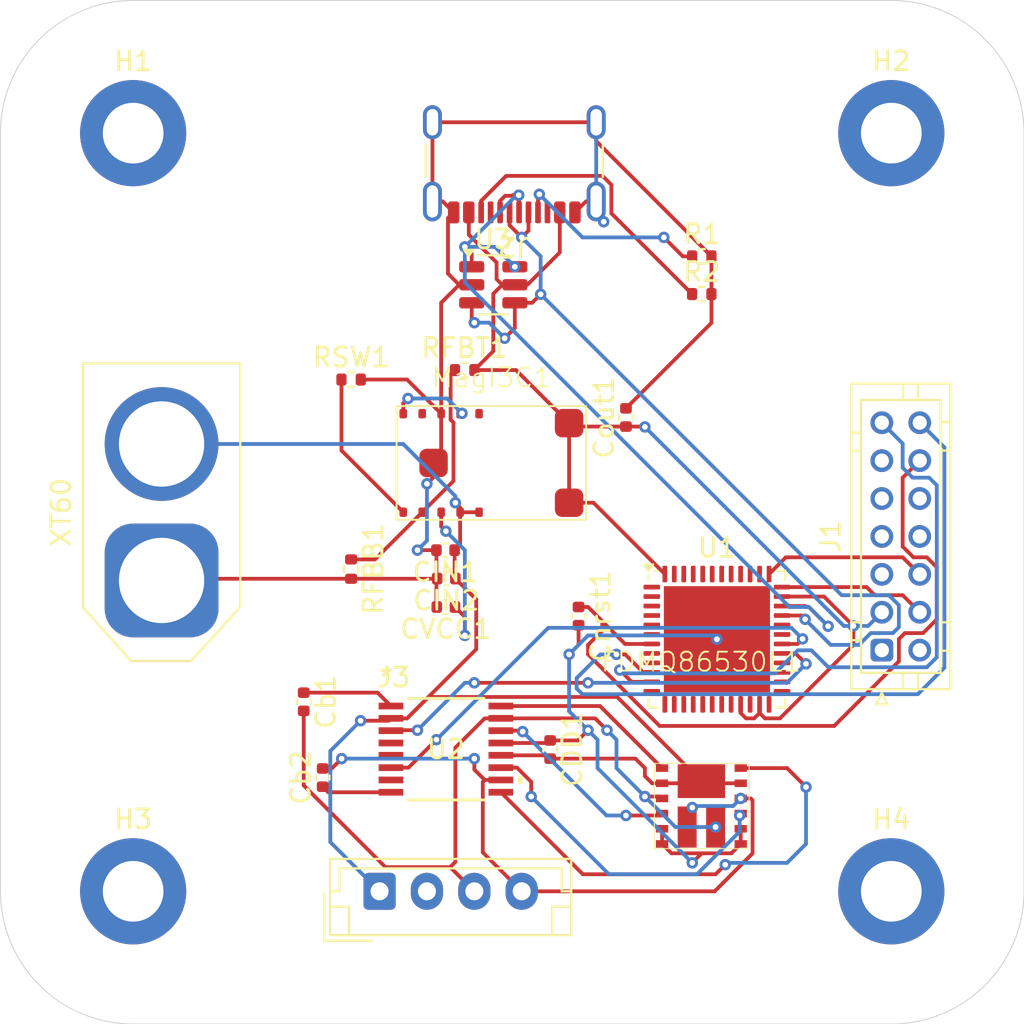
<source format=kicad_pcb>
(kicad_pcb (version 20240108) (generator "pcbnew") (generator_version "8.0")
  (layers (0 "F.Cu" signal) (1 "In1.Cu" power) (2 "In2.Cu" power) (31 "B.Cu" signal) (34 "B.Paste" user) (35 "F.Paste" user) (36 "B.SilkS" user "B.Silkscreen") (37 "F.SilkS" user "F.Silkscreen") (38 "B.Mask" user) (39 "F.Mask" user) (44 "Edge.Cuts" user))
  (net 0 "")
  (net 1 "BHS")
  (net 2 "Net-(U2-BHB)")
  (net 3 "Net-(U2-AHB)")
  (net 4 "AHS")
  (net 5 "VALIM")
  (net 6 "GND")
  (net 7 "NRST")
  (net 8 "VOUT")
  (net 9 "Net-(MagI3C1-VCC)")
  (net 12 "Net-(J2-CC1)")
  (net 14 "D-")
  (net 15 "D+")
  (net 17 "Net-(J2-CC2)")
  (net 19 "Net-(MagI3C1-FSW)")
  (net 20 "Net-(MagI3C1-FB)")
  (net 21 "Net-(MagI3C1-EN)")
  (net 33 "APWM")
  (net 41 "USART2_TX")
  (net 44 "USART2_RX")
  (net 47 "SWDCK")
  (net 48 "BPWM")
  (net 50 "SWDIO")
  (net 64 "AHO")
  (net 65 "ALO")
  (net 66 "BHO")
  (net 70 "BLO")
  (footprint "MIC4606-2YTS-TR:TSSOP16_TS_MCH_MIS" (layer "F.Cu") (at 116.5 82.5)
    (property "Reference" "U2")
    (property "Value" "MIC4606-2YTS-TR")
  )
  (footprint "Connector_USB:USB_C_Receptacle_GCT_USB4105-xx-A_16P_TopMnt_Horizontal" (layer "F.Cu") (at 120.11 50.5 180)
    (property "Reference" "J2")
    (property "Value" "USB_C_Receptacle_USB2.0_16P")
  )
  (footprint "Connector_AMASS:AMASS_XT60-F_1x02_P7.20mm_Vertical" (layer "F.Cu") (at 101.5 73.6 90)
    (property "Reference" "XT60")
    (property "Value" "Connector")
  )
  (footprint "FDMQ86530L:MOSFET_FDMQ86530L" (layer "F.Cu") (at 130 85.5)
    (property "Reference" "FDMQ86530L1")
    (property "Value" "~")
  )
  (footprint "Capacitor_SMD:C_0402_1005Metric" (layer "F.Cu") (at 116.48 72 180)
    (property "Reference" "CIN1")
    (property "Value" "4,7u")
  )
  (footprint "Package_TO_SOT_SMD:SOT-23-6" (layer "F.Cu") (at 119 58)
    (property "Reference" "U3")
    (property "Value" "USBLC6-2SC6")
  )
  (footprint "Resistor_SMD:R_0402_1005Metric" (layer "F.Cu") (at 111.5 73 -90)
    (property "Reference" "RFBB1")
    (property "Value" "137k")
  )
  (footprint "Capacitor_SMD:C_0402_1005Metric" (layer "F.Cu") (at 116.52 73.5 180)
    (property "Reference" "CIN2")
    (property "Value" "4,7u")
  )
  (footprint "Package_DFN_QFN:QFN-48-1EP_7x7mm_P0.5mm_EP5.6x5.6mm" (layer "F.Cu") (at 130.8 76.7)
    (property "Reference" "U1")
    (property "Value" "STM32G431CBUx")
  )
  (footprint "Capacitor_SMD:C_0402_1005Metric" (layer "F.Cu") (at 116.5 75 180)
    (property "Reference" "CVCC1")
    (property "Value" "1u")
  )
  (footprint "Capacitor_SMD:C_0402_1005Metric" (layer "F.Cu") (at 123.5 75.48 -90)
    (property "Reference" "Cnrst1")
    (property "Value" "0,1u")
  )
  (footprint "Resistor_SMD:R_0402_1005Metric" (layer "F.Cu") (at 130 58.49)
    (property "Reference" "R2")
    (property "Value" "5,1k")
  )
  (footprint "MountingHole:MountingHole_3.2mm_M3_DIN965_Pad" (layer "F.Cu") (at 140 90)
    (property "Reference" "H4")
    (property "Value" "MountingHole_Pad")
  )
  (footprint "Connector_JST:JST_EH_B4B-EH-A_1x04_P2.50mm_Vertical" (layer "F.Cu") (at 113 90)
    (property "Reference" "J3")
    (property "Value" "Conn_01x04")
  )
  (footprint "MountingHole:MountingHole_3.2mm_M3_DIN965_Pad" (layer "F.Cu") (at 140 50)
    (property "Reference" "H2")
    (property "Value" "MountingHole_Pad")
  )
  (footprint "MountingHole:MountingHole_3.2mm_M3_DIN965_Pad" (layer "F.Cu") (at 100 50)
    (property "Reference" "H1")
    (property "Value" "MountingHole_Pad")
  )
  (footprint "Capacitor_SMD:C_0402_1005Metric" (layer "F.Cu") (at 126 65 90)
    (property "Reference" "Cout1")
    (property "Value" "47u")
  )
  (footprint "MagI3C:171013801" (layer "F.Cu") (at 118.9 67.4)
    (property "Reference" "MagI3C1")
    (property "Value" "171013801")
  )
  (footprint "Connector_JST:JST_PHD_B14B-PHDSS_2x07_P2.00mm_Vertical" (layer "F.Cu") (at 139.5 77.2775 90)
    (property "Reference" "J1")
    (property "Value" "Conn_02x07_Odd_Even")
  )
  (footprint "MountingHole:MountingHole_3.2mm_M3_DIN965_Pad" (layer "F.Cu") (at 100 90)
    (property "Reference" "H3")
    (property "Value" "MountingHole_Pad")
  )
  (footprint "Capacitor_SMD:C_0402_1005Metric" (layer "F.Cu") (at 110 84 90)
    (property "Reference" "Cb2")
    (property "Value" "0,5u")
  )
  (footprint "Resistor_SMD:R_0402_1005Metric" (layer "F.Cu") (at 111.5 63)
    (property "Reference" "RSW1")
    (property "Value" "5,6k")
  )
  (footprint "Capacitor_SMD:C_0402_1005Metric" (layer "F.Cu") (at 122 82.52 -90)
    (property "Reference" "CDD1")
    (property "Value" "2u")
  )
  (footprint "Resistor_SMD:R_0402_1005Metric" (layer "F.Cu") (at 130 56.5)
    (property "Reference" "R1")
    (property "Value" "5,1k")
  )
  (footprint "Resistor_SMD:R_0402_1005Metric" (layer "F.Cu") (at 117.49 62.5)
    (property "Reference" "RFBT1")
    (property "Value" "402k")
  )
  (footprint "Capacitor_SMD:C_0402_1005Metric" (layer "F.Cu") (at 109 80 -90)
    (property "Reference" "Cb1")
    (property "Value" "0,5u")
  )
  (gr_arc (start 147 90) (mid 144.949747 94.949747) (end 140 97) (stroke (width 0.05)) (layer "Edge.Cuts"))
  (gr_arc (start 140 43) (mid 144.949747 45.050253) (end 147 50) (stroke (width 0.05)) (layer "Edge.Cuts"))
  (gr_arc (start 100 97) (mid 95.050253 94.949747) (end 93 90) (stroke (width 0.05)) (layer "Edge.Cuts"))
  (gr_line (start 140 43) (end 100.5 43) (stroke (width 0.05)) (layer "Edge.Cuts"))
  (gr_line (start 100 97) (end 140 97) (stroke (width 0.05)) (layer "Edge.Cuts"))
  (gr_line (start 100.5 43) (end 100 43) (stroke (width 0.05)) (layer "Edge.Cuts"))
  (gr_line (start 93 50) (end 93 90) (stroke (width 0.05)) (layer "Edge.Cuts"))
  (gr_arc (start 93 50) (mid 95.050253 45.050253) (end 100 43) (stroke (width 0.05)) (layer "Edge.Cuts"))
  (gr_line (start 147 90) (end 147 50) (stroke (width 0.05)) (layer "Edge.Cuts"))
  (segment (start 116.725 88.725) (end 117 89) (width 0.2) (layer "F.Cu") (net 1))
  (segment (start 127 85) (end 127.805 85) (width 0.2) (layer "F.Cu") (net 1))
  (segment (start 113.308866 88.725) (end 116.725 88.725) (width 0.2) (layer "F.Cu") (net 1))
  (segment (start 117 88.45) (end 116.725 88.725) (width 0.2) (layer "F.Cu") (net 1))
  (segment (start 117 82.422903) (end 117 88.45) (width 0.2) (layer "F.Cu") (net 1))
  (segment (start 119.39895 80.875002) (end 118.547901 80.875002) (width 0.2) (layer "F.Cu") (net 1))
  (segment (start 124.375002 80.875002) (end 125 81.5) (width 0.2) (layer "F.Cu") (net 1))
  (segment (start 119.39895 80.875002) (end 124.375002 80.875002) (width 0.2) (layer "F.Cu") (net 1))
  (segment (start 117 89) (end 118 90) (width 0.2) (layer "F.Cu") (net 1))
  (segment (start 109 80.48) (end 109 84.416134) (width 0.2) (layer "F.Cu") (net 1))
  (segment (start 127.805 85) (end 127.905 85.1) (width 0.2) (layer "F.Cu") (net 1))
  (segment (start 109 84.416134) (end 113.308866 88.725) (width 0.2) (layer "F.Cu") (net 1))
  (segment (start 118.547901 80.875002) (end 117 82.422903) (width 0.2) (layer "F.Cu") (net 1))
  (via (at 127 85) (size 0.6) (drill 0.3) (layers "F.Cu" "B.Cu") (net 1))
  (via (at 125 81.5) (size 0.6) (drill 0.3) (layers "F.Cu" "B.Cu") (net 1))
  (via (at 130.73 86.609) (size 0.6) (drill 0.3) (layers "F.Cu" "B.Cu") (net 1))
  (segment (start 125.5 83.5) (end 127 85) (width 0.2) (layer "B.Cu") (net 1))
  (segment (start 128.609 86.609) (end 130.73 86.609) (width 0.2) (layer "B.Cu") (net 1))
  (segment (start 125 81.5) (end 125.5 82) (width 0.2) (layer "B.Cu") (net 1))
  (segment (start 125.5 82) (end 125.5 83.5) (width 0.2) (layer "B.Cu") (net 1))
  (segment (start 127 85) (end 128.609 86.609) (width 0.2) (layer "B.Cu") (net 1))
  (segment (start 112.896049 79.52) (end 113.60105 80.225001) (width 0.2) (layer "F.Cu") (net 2))
  (segment (start 109 79.52) (end 112.896049 79.52) (width 0.2) (layer "F.Cu") (net 2))
  (segment (start 110 84.48) (end 110.294999 84.774999) (width 0.2) (layer "F.Cu") (net 3))
  (segment (start 110.294999 84.774999) (end 113.60105 84.774999) (width 0.2) (layer "F.Cu") (net 3))
  (segment (start 129.23 86.609) (end 129.23 85.850002) (width 0.2) (layer "F.Cu") (net 4))
  (segment (start 118.547901 84.125001) (end 118.447901 84.225001) (width 0.2) (layer "F.Cu") (net 4))
  (segment (start 132.58 85.1) (end 132.68 85.2) (width 0.2) (layer "F.Cu") (net 4))
  (segment (start 118.447901 84.225001) (end 118.447901 87.947901) (width 0.2) (layer "F.Cu") (net 4))
  (segment (start 110 83.52) (end 110.48 83.52) (width 0.2) (layer "F.Cu") (net 4))
  (segment (start 119.39895 84.125001) (end 118.547901 84.125001) (width 0.2) (layer "F.Cu") (net 4))
  (segment (start 110.48 83.52) (end 111 83) (width 0.2) (layer "F.Cu") (net 4))
  (segment (start 118 83.5771) (end 118.547901 84.125001) (width 0.2) (layer "F.Cu") (net 4))
  (segment (start 132.68 88) (end 130.68 90) (width 0.2) (layer "F.Cu") (net 4))
  (segment (start 118.447901 87.947901) (end 120.5 90) (width 0.2) (layer "F.Cu") (net 4))
  (segment (start 129.23 85.850002) (end 129.5 85.580002) (width 0.2) (layer "F.Cu") (net 4))
  (segment (start 132.68 85.2) (end 132.68 88) (width 0.2) (layer "F.Cu") (net 4))
  (segment (start 130.68 90) (end 120.5 90) (width 0.2) (layer "F.Cu") (net 4))
  (segment (start 132.055 85.1) (end 132.58 85.1) (width 0.2) (layer "F.Cu") (net 4))
  (segment (start 118 83) (end 118 83.5771) (width 0.2) (layer "F.Cu") (net 4))
  (via (at 118 83) (size 0.6) (drill 0.3) (layers "F.Cu" "B.Cu") (net 4))
  (via (at 111 83) (size 0.6) (drill 0.3) (layers "F.Cu" "B.Cu") (net 4))
  (via (at 129.5 85.580002) (size 0.6) (drill 0.3) (layers "F.Cu" "B.Cu") (net 4))
  (via (at 132.055 85.1) (size 0.6) (drill 0.3) (layers "F.Cu" "B.Cu") (net 4))
  (segment (start 129.580002 85.5) (end 131.655 85.5) (width 0.2) (layer "B.Cu") (net 4))
  (segment (start 111 83) (end 118 83) (width 0.2) (layer "B.Cu") (net 4))
  (segment (start 129.5 85.580002) (end 129.580002 85.5) (width 0.2) (layer "B.Cu") (net 4))
  (segment (start 131.655 85.5) (end 132.055 85.1) (width 0.2) (layer "B.Cu") (net 4))
  (segment (start 112 81) (end 113.476049 81) (width 0.2) (layer "F.Cu") (net 5))
  (segment (start 117 73.5) (end 118.1 74.6) (width 0.2) (layer "F.Cu") (net 5))
  (segment (start 126.5 83) (end 127 83.5) (width 0.2) (layer "F.Cu") (net 5))
  (segment (start 115.579497 79.747601) (end 125.537601 79.747601) (width 0.2) (layer "F.Cu") (net 5))
  (segment (start 118.1 74.6) (end 118.1 77.227098) (width 0.2) (layer "F.Cu") (net 5))
  (segment (start 117.25 70) (end 117.25 69.75) (width 0.2) (layer "F.Cu") (net 5))
  (segment (start 127.38 84.3) (end 127.905 84.3) (width 0.2) (layer "F.Cu") (net 5))
  (segment (start 117.25 70) (end 118.25 70) (width 0.2) (layer "F.Cu") (net 5))
  (segment (start 130.09 84.3) (end 129.98 84.19) (width 0.2) (layer "F.Cu") (net 5))
  (segment (start 127 83.5) (end 127 83.92) (width 0.2) (layer "F.Cu") (net 5))
  (segment (start 119.39895 82.825001) (end 121.825001 82.825001) (width 0.2) (layer "F.Cu") (net 5))
  (segment (start 114.452099 80.874999) (end 113.60105 80.874999) (width 0.2) (layer "F.Cu") (net 5))
  (segment (start 117.25 69.75) (end 117 69.5) (width 0.2) (layer "F.Cu") (net 5))
  (segment (start 132.055 84.3) (end 130.09 84.3) (width 0.2) (layer "F.Cu") (net 5))
  (segment (start 113.476049 81) (end 113.60105 80.874999) (width 0.2) (layer "F.Cu") (net 5))
  (segment (start 127.905 84.3) (end 129.87 84.3) (width 0.2) (layer "F.Cu") (net 5))
  (segment (start 116.96 72) (end 116.96 73.46) (width 0.2) (layer "F.Cu") (net 5))
  (segment (start 117.25 70) (end 117.25 71.71) (width 0.2) (layer "F.Cu") (net 5))
  (segment (start 116.96 73.46) (end 117 73.5) (width 0.2) (layer "F.Cu") (net 5))
  (segment (start 125.537601 79.747601) (end 129.98 84.19) (width 0.2) (layer "F.Cu") (net 5))
  (segment (start 127 83.92) (end 127.38 84.3) (width 0.2) (layer "F.Cu") (net 5))
  (segment (start 117.25 71.71) (end 116.96 72) (width 0.2) (layer "F.Cu") (net 5))
  (segment (start 121.825001 82.825001) (end 122 83) (width 0.2) (layer "F.Cu") (net 5))
  (segment (start 129.87 84.3) (end 129.98 84.19) (width 0.2) (layer "F.Cu") (net 5))
  (segment (start 114.452099 80.874999) (end 115.579497 79.747601) (width 0.2) (layer "F.Cu") (net 5))
  (segment (start 122 83) (end 126.5 83) (width 0.2) (layer "F.Cu") (net 5))
  (segment (start 118.1 77.227098) (end 114.452099 80.874999) (width 0.2) (layer "F.Cu") (net 5))
  (via (at 112 81) (size 0.6) (drill 0.3) (layers "F.Cu" "B.Cu") (net 5))
  (via (at 117 69.5) (size 0.6) (drill 0.3) (layers "F.Cu" "B.Cu") (net 5))
  (segment (start 110.4 82.6) (end 110.4 87.4) (width 0.2) (layer "B.Cu") (net 5))
  (segment (start 114.248529 66.4) (end 101.5 66.4) (width 0.2) (layer "B.Cu") (net 5))
  (segment (start 112 81) (end 110.4 82.6) (width 0.2) (layer "B.Cu") (net 5))
  (segment (start 110.4 87.4) (end 113 90) (width 0.2) (layer "B.Cu") (net 5))
  (segment (start 117 69.5) (end 117 69.151471) (width 0.2) (layer "B.Cu") (net 5))
  (segment (start 117 69.151471) (end 114.248529 66.4) (width 0.2) (layer "B.Cu") (net 5))
  (segment (start 129.5 88.494) (end 130 87.994) (width 0.2) (layer "F.Cu") (net 6))
  (segment (start 130.51 56.5) (end 130.51 58.49) (width 0.2) (layer "F.Cu") (net 6))
  (segment (start 115.85 68.15) (end 115.5 68.5) (width 0.2) (layer "F.Cu") (net 6))
  (segment (start 111.5 73.51) (end 116.03 73.51) (width 0.2) (layer "F.Cu") (net 6))
  (segment (start 116.25 58.950001) (end 116.25 64.8) (width 0.2) (layer "F.Cu") (net 6))
  (segment (start 132.055 86.7) (end 132.055 87.5) (width 0.2) (layer "F.Cu") (net 6))
  (segment (start 130.51 60.01) (end 126 64.52) (width 0.2) (layer "F.Cu") (net 6))
  (segment (start 115 72) (end 116 72) (width 0.2) (layer "F.Cu") (net 6))
  (segment (start 127.905 86.7) (end 127.905 87.5) (width 0.2) (layer "F.Cu") (net 6))
  (segment (start 116.03 73.51) (end 116.04 73.5) (width 0.2) (layer "F.Cu") (net 6))
  (segment (start 117.8625 58) (end 117.200001 58) (width 0.2) (layer "F.Cu") (net 6))
  (segment (start 121.864998 82.175002) (end 122 82.04) (width 0.2) (layer "F.Cu") (net 6))
  (segment (start 123.5 77) (end 123.5 75.96) (width 0.2) (layer "F.Cu") (net 6))
  (segment (start 112.01 63) (end 114.45 63) (width 0.2) (layer "F.Cu") (net 6))
  (segment (start 124.43 53.605) (end 123.885 53.605) (width 0.2) (layer "F.Cu") (net 6))
  (segment (start 123.46 82.04) (end 122 82.04) (width 0.2) (layer "F.Cu") (net 6))
  (segment (start 116.610001 57.41) (end 117.200001 58) (width 0.2) (layer "F.Cu") (net 6))
  (segment (start 116.25 64.8) (end 116.25 67) (width 0.2) (layer "F.Cu") (net 6))
  (segment (start 131.561 87.994) (end 132.055 87.5) (width 0.2) (layer "F.Cu") (net 6))
  (segment (start 128.399 87.994) (end 130 87.994) (width 0.2) (layer "F.Cu") (net 6))
  (segment (start 124.43 50.42) (end 130.51 56.5) (width 0.2) (layer "F.Cu") (net 6))
  (segment (start 117.200001 58) (end 116.25 58.950001) (width 0.2) (layer "F.Cu") (net 6))
  (segment (start 116 72) (end 116 74.98) (width 0.2) (layer "F.Cu") (net 6))
  (segment (start 124.43 54.27853) (end 124.825735 54.674265) (width 0.2) (layer "F.Cu") (net 6))
  (segment (start 123 77.5) (end 123.5 77) (width 0.2) (layer "F.Cu") (net 6))
  (segment (start 115.85 67.4) (end 115.85 68.15) (width 0.2) (layer "F.Cu") (net 6))
  (segment (start 101.59 73.51) (end 101.5 73.6) (width 0.2) (layer "F.Cu") (net 6))
  (segment (start 124.43 53.605) (end 124.43 54.27853) (width 0.2) (layer "F.Cu") (net 6))
  (segment (start 124 81.5) (end 123.46 82.04) (width 0.2) (layer "F.Cu") (net 6))
  (segment (start 115.79 53.605) (end 115.79 49.425) (width 0.2) (layer "F.Cu") (net 6))
  (segment (start 114.45 63) (end 116.25 64.8) (width 0.2) (layer "F.Cu") (net 6))
  (segment (start 116.25 67) (end 115.85 67.4) (width 0.2) (layer "F.Cu") (net 6))
  (segment (start 124.43 49.425) (end 124.43 50.42) (width 0.2) (layer "F.Cu") (net 6))
  (segment (start 127.905 87.5) (end 128.399 87.994) (width 0.2) (layer "F.Cu") (net 6))
  (segment (start 115.79 53.605) (end 116.335 53.605) (width 0.2) (layer "F.Cu") (net 6))
  (segment (start 111.5 73.51) (end 101.59 73.51) (width 0.2) (layer "F.Cu") (net 6))
  (segment (start 123.885 53.605) (end 123.31 54.18) (width 0.2) (layer "F.Cu") (net 6))
  (segment (start 124.43 49.425) (end 115.79 49.425) (width 0.2) (layer "F.Cu") (net 6))
  (segment (start 130 87.994) (end 131.561 87.994) (width 0.2) (layer "F.Cu") (net 6))
  (segment (start 130.51 58.49) (end 130.51 60.01) (width 0.2) (layer "F.Cu") (net 6))
  (segment (start 116 74.98) (end 116.02 75) (width 0.2) (layer "F.Cu") (net 6))
  (segment (start 116.91 54.18) (end 116.610001 54.479999) (width 0.2) (layer "F.Cu") (net 6))
  (segment (start 116.335 53.605) (end 116.91 54.18) (width 0.2) (layer "F.Cu") (net 6))
  (segment (start 129.5 88.5) (end 129.5 88.494) (width 0.2) (layer "F.Cu") (net 6))
  (segment (start 119.39895 82.175002) (end 121.864998 82.175002) (width 0.2) (layer "F.Cu") (net 6))
  (segment (start 116.610001 54.479999) (end 116.610001 57.41) (width 0.2) (layer "F.Cu") (net 6))
  (via (at 123 77.5) (size 0.6) (drill 0.3) (layers "F.Cu" "B.Cu") (net 6))
  (via (at 130.8 76.7) (size 0.6) (drill 0.3) (layers "F.Cu" "B.Cu") (net 6))
  (via (at 115.5 68.5) (size 0.6) (drill 0.3) (layers "F.Cu" "B.Cu") (net 6))
  (via (at 129.5 88.5) (size 0.6) (drill 0.3) (layers "F.Cu" "B.Cu") (net 6))
  (via (at 124.825735 54.674265) (size 0.6) (drill 0.3) (layers "F.Cu" "B.Cu") (net 6))
  (via (at 124 81.5) (size 0.6) (drill 0.3) (layers "F.Cu" "B.Cu") (net 6))
  (via (at 115 72) (size 0.6) (drill 0.3) (layers "F.Cu" "B.Cu") (net 6))
  (segment (start 123 80.5) (end 124 81.5) (width 0.2) (layer "B.Cu") (net 6))
  (segment (start 124 76.5) (end 130.6 76.5) (width 0.2) (layer "B.Cu") (net 6))
  (segment (start 124 81.5) (end 124.5 82) (width 0.2) (layer "B.Cu") (net 6))
  (segment (start 124.825735 54.674265) (end 124.43 54.27853) (width 0.2) (layer "B.Cu") (net 6))
  (segment (start 123 77.5) (end 124 76.5) (width 0.2) (layer "B.Cu") (net 6))
  (segment (start 123 77.5) (end 123 80.5) (width 0.2) (layer "B.Cu") (net 6))
  (segment (start 124.5 83.5) (end 129.5 88.5) (width 0.2) (layer "B.Cu") (net 6))
  (segment (start 124.43 54.27853) (end 124.43 49.425) (width 0.2) (layer "B.Cu") (net 6))
  (segment (start 115.5 71.5) (end 115 72) (width 0.2) (layer "B.Cu") (net 6))
  (segment (start 115.5 68.5) (end 115.5 71.5) (width 0.2) (layer "B.Cu") (net 6))
  (segment (start 124.5 82) (end 124.5 83.5) (width 0.2) (layer "B.Cu") (net 6))
  (segment (start 130.6 76.5) (end 130.8 76.7) (width 0.2) (layer "B.Cu") (net 6))
  (segment (start 123.5 75) (end 124 75) (width 0.2) (layer "F.Cu") (net 7))
  (segment (start 142.4 75.650293) (end 141.672793 76.3775) (width 0.2) (layer "F.Cu") (net 7))
  (segment (start 140.6 71.811815) (end 141.165685 72.3775) (width 0.2) (layer "F.Cu") (net 7))
  (segment (start 140.6 68.1775) (end 140.6 71.811815) (width 0.2) (layer "F.Cu") (net 7))
  (segment (start 124 77.5) (end 124 77) (width 0.2) (layer "F.Cu") (net 7))
  (segment (start 141.165685 72.3775) (end 141.872793 72.3775) (width 0.2) (layer "F.Cu") (net 7))
  (segment (start 124.75 75.75) (end 125.95 76.95) (width 0.2) (layer "F.Cu") (net 7))
  (segment (start 140.4 77.862244) (end 136.987244 81.275) (width 0.2) (layer "F.Cu") (net 7))
  (segment (start 124 75) (end 124.75 75.75) (width 0.2) (layer "F.Cu") (net 7))
  (segment (start 141.5 67.2775) (end 140.6 68.1775) (width 0.2) (layer "F.Cu") (net 7))
  (segment (start 141.872793 72.3775) (end 142.4 72.904707) (width 0.2) (layer "F.Cu") (net 7))
  (segment (start 125.95 76.95) (end 127.3625 76.95) (width 0.2) (layer "F.Cu") (net 7))
  (segment (start 140.4 76.692756) (end 140.4 77.862244) (width 0.2) (layer "F.Cu") (net 7))
  (segment (start 141.672793 76.3775) (end 140.715256 76.3775) (width 0.2) (layer "F.Cu") (net 7))
  (segment (start 124 77) (end 124.75 76.25) (width 0.2) (layer "F.Cu") (net 7))
  (segment (start 140.715256 76.3775) (end 140.4 76.692756) (width 0.2) (layer "F.Cu") (net 7))
  (segment (start 126.910614 76.95) (end 127.3625 76.95) (width 0.2) (layer "F.Cu") (net 7))
  (segment (start 124.75 76.25) (end 124.75 75.75) (width 0.2) (layer "F.Cu") (net 7))
  (segment (start 127.775 81.275) (end 124 77.5) (width 0.2) (layer "F.Cu") (net 7))
  (segment (start 142.4 72.904707) (end 142.4 75.650293) (width 0.2) (layer "F.Cu") (net 7))
  (segment (start 136.987244 81.275) (end 127.775 81.275) (width 0.2) (layer "F.Cu") (net 7))
  (segment (start 133.335614 80.875) (end 133.05 80.589386) (width 0.2) (layer "F.Cu") (net 8))
  (segment (start 123.3 65.3) (end 123.48 65.48) (width 0.2) (layer "F.Cu") (net 8))
  (segment (start 119.175 57.699999) (end 119.475001 58) (width 0.2) (layer "F.Cu") (net 8))
  (segment (start 119.175 56.826471) (end 119.175 57.699999) (width 0.2) (layer "F.Cu") (net 8))
  (segment (start 123 69.5) (end 124.2875 69.5) (width 0.2) (layer "F.Cu") (net 8))
  (segment (start 119 58.475001) (end 119 61.5) (width 0.2) (layer "F.Cu") (net 8))
  (segment (start 117.71 54.18) (end 117.71 55.361471) (width 0.2) (layer "F.Cu") (net 8))
  (segment (start 134.125 80.875) (end 133.335614 80.875) (width 0.2) (layer "F.Cu") (net 8))
  (segment (start 126 65.48) (end 126.98 65.48) (width 0.2) (layer "F.Cu") (net 8))
  (segment (start 123 65.3) (end 123 69.5) (width 0.2) (layer "F.Cu") (net 8))
  (segment (start 118 62.5) (end 120.2 62.5) (width 0.2) (layer "F.Cu") (net 8))
  (segment (start 132.764386 80.875) (end 133.05 80.589386) (width 0.2) (layer "F.Cu") (net 8))
  (segment (start 132.05 80.589386) (end 132.335614 80.875) (width 0.2) (layer "F.Cu") (net 8))
  (segment (start 133.05 80.589386) (end 133.05 80.1375) (width 0.2) (layer "F.Cu") (net 8))
  (segment (start 117.71 55.361471) (end 119.175 56.826471) (width 0.2) (layer "F.Cu") (net 8))
  (segment (start 120.2 62.5) (end 123 65.3) (width 0.2) (layer "F.Cu") (net 8))
  (segment (start 122.51 54.18) (end 122.51 56.289999) (width 0.2) (layer "F.Cu") (net 8))
  (segment (start 123 65.3) (end 123.3 65.3) (width 0.2) (layer "F.Cu") (net 8))
  (segment (start 138 76) (end 136.45 74.45) (width 0.2) (layer "F.Cu") (net 8))
  (segment (start 132.05 80.1375) (end 132.05 80.589386) (width 0.2) (layer "F.Cu") (net 8))
  (segment (start 123.48 65.48) (end 126 65.48) (width 0.2) (layer "F.Cu") (net 8))
  (segment (start 120.1375 58) (end 119.475001 58) (width 0.2) (layer "F.Cu") (net 8))
  (segment (start 138 77) (end 134.125 80.875) (width 0.2) (layer "F.Cu") (net 8))
  (segment (start 136.45 74.45) (end 134.2375 74.45) (width 0.2) (layer "F.Cu") (net 8))
  (segment (start 126.98 65.48) (end 127 65.5) (width 0.2) (layer "F.Cu") (net 8))
  (segment (start 138 76) (end 138 77) (width 0.2) (layer "F.Cu") (net 8))
  (segment (start 122.51 56.289999) (end 120.799999 58) (width 0.2) (layer "F.Cu") (net 8))
  (segment (start 119 61.5) (end 118 62.5) (width 0.2) (layer "F.Cu") (net 8))
  (segment (start 120.799999 58) (end 120.1375 58) (width 0.2) (layer "F.Cu") (net 8))
  (segment (start 124.2875 69.5) (end 128.05 73.2625) (width 0.2) (layer "F.Cu") (net 8))
  (segment (start 119.475001 58) (end 119 58.475001) (width 0.2) (layer "F.Cu") (net 8))
  (segment (start 132.335614 80.875) (end 132.764386 80.875) (width 0.2) (layer "F.Cu") (net 8))
  (via (at 138 76) (size 0.6) (drill 0.3) (layers "F.Cu" "B.Cu") (net 8))
  (via (at 127 65.5) (size 0.6) (drill 0.3) (layers "F.Cu" "B.Cu") (net 8))
  (segment (start 138.7775 76) (end 139.5 75.2775) (width 0.2) (layer "B.Cu") (net 8))
  (segment (start 138 76) (end 138.7775 76) (width 0.2) (layer "B.Cu") (net 8))
  (segment (start 138 76) (end 137.5 76) (width 0.2) (layer "B.Cu") (net 8))
  (segment (start 137.5 76) (end 127 65.5) (width 0.2) (layer "B.Cu") (net 8))
  (segment (start 116.25 70) (end 116.25 70.75) (width 0.2) (layer "F.Cu") (net 9))
  (segment (start 117.5 75.52) (end 116.98 75) (width 0.2) (layer "F.Cu") (net 9))
  (segment (start 116.25 70.75) (end 116.5 71) (width 0.2) (layer "F.Cu") (net 9))
  (segment (start 117.5 76.5) (end 117.5 75.52) (width 0.2) (layer "F.Cu") (net 9))
  (via (at 116.5 71) (size 0.6) (drill 0.3) (layers "F.Cu" "B.Cu") (net 9))
  (via (at 117.5 76.5) (size 0.6) (drill 0.3) (layers "F.Cu" "B.Cu") (net 9))
  (segment (start 116.5 71) (end 117.5 72) (width 0.2) (layer "B.Cu") (net 9))
  (segment (start 117.5 72) (end 117.5 76.5) (width 0.2) (layer "B.Cu") (net 9))
  (segment (start 129 56.5) (end 128 55.5) (width 0.2) (layer "F.Cu") (net 12))
  (segment (start 121.431515 53.225488) (end 121.36 53.297003) (width 0.2) (layer "F.Cu") (net 12))
  (segment (start 121.36 53.297003) (end 121.36 54.18) (width 0.2) (layer "F.Cu") (net 12))
  (segment (start 129.49 56.5) (end 129 56.5) (width 0.2) (layer "F.Cu") (net 12))
  (via (at 128 55.5) (size 0.6) (drill 0.3) (layers "F.Cu" "B.Cu") (net 12))
  (via (at 121.431515 53.225488) (size 0.6) (drill 0.3) (layers "F.Cu" "B.Cu") (net 12))
  (segment (start 128 55.5) (end 123.706027 55.5) (width 0.2) (layer "B.Cu") (net 12))
  (segment (start 123.706027 55.5) (end 121.431515 53.225488) (width 0.2) (layer "B.Cu") (net 12))
  (segment (start 134.2375 75.45) (end 135.25294 75.45) (width 0.2) (layer "F.Cu") (net 14))
  (segment (start 119.6 60.820666) (end 120.1375 60.283166) (width 0.2) (layer "F.Cu") (net 14))
  (segment (start 120.86 54.18) (end 120.86 55.14) (width 0.2) (layer "F.Cu") (net 14))
  (segment (start 121.05 58.95) (end 121.5 58.5) (width 0.2) (layer "F.Cu") (net 14))
  (segment (start 120.1375 58.95) (end 121.05 58.95) (width 0.2) (layer "F.Cu") (net 14))
  (segment (start 120.86 55.14) (end 120.5 55.5) (width 0.2) (layer "F.Cu") (net 14))
  (segment (start 120.1375 60.283166) (end 120.1375 58.95) (width 0.2) (layer "F.Cu") (net 14))
  (segment (start 120.5 55.5) (end 119.86 54.86) (width 0.2) (layer "F.Cu") (net 14))
  (segment (start 117.8625 58.95) (end 117.8625 59.8625) (width 0.2) (layer "F.Cu") (net 14))
  (segment (start 117.8625 59.8625) (end 118 60) (width 0.2) (layer "F.Cu") (net 14))
  (segment (start 135.25294 75.45) (end 135.45147 75.64853) (width 0.2) (layer "F.Cu") (net 14))
  (segment (start 119.86 54.86) (end 119.86 54.18) (width 0.2) (layer "F.Cu") (net 14))
  (via (at 121.5 58.5) (size 0.6) (drill 0.3) (layers "F.Cu" "B.Cu") (net 14))
  (via (at 119.6 60.820666) (size 0.6) (drill 0.3) (layers "F.Cu" "B.Cu") (net 14))
  (via (at 118 60) (size 0.6) (drill 0.3) (layers "F.Cu" "B.Cu") (net 14))
  (via (at 120.5 55.5) (size 0.6) (drill 0.3) (layers "F.Cu" "B.Cu") (net 14))
  (via (at 135.45147 75.64853) (size 0.6) (drill 0.3) (layers "F.Cu" "B.Cu") (net 14))
  (segment (start 140.4 74.904707) (end 139.872793 74.3775) (width 0.2) (layer "B.Cu") (net 14))
  (segment (start 121.5 56.5) (end 120.5 55.5) (width 0.2) (layer "B.Cu") (net 14))
  (segment (start 135.45147 75.64853) (end 136.80294 77) (width 0.2) (layer "B.Cu") (net 14))
  (segment (start 137.3775 74.3775) (end 121.5 58.5) (width 0.2) (layer "B.Cu") (net 14))
  (segment (start 138.915256 76.3775) (end 140.084744 76.3775) (width 0.2) (layer "B.Cu") (net 14))
  (segment (start 138.292756 77) (end 138.915256 76.3775) (width 0.2) (layer "B.Cu") (net 14))
  (segment (start 139.872793 74.3775) (end 137.3775 74.3775) (width 0.2) (layer "B.Cu") (net 14))
  (segment (start 118.779334 60) (end 118 60) (width 0.2) (layer "B.Cu") (net 14))
  (segment (start 136.80294 77) (end 138.292756 77) (width 0.2) (layer "B.Cu") (net 14))
  (segment (start 140.084744 76.3775) (end 140.4 76.062244) (width 0.2) (layer "B.Cu") (net 14))
  (segment (start 121.5 58.5) (end 121.5 56.5) (width 0.2) (layer "B.Cu") (net 14))
  (segment (start 140.4 76.062244) (end 140.4 74.904707) (width 0.2) (layer "B.Cu") (net 14))
  (segment (start 119.6 60.820666) (end 118.779334 60) (width 0.2) (layer "B.Cu") (net 14))
  (segment (start 120.09241 53.305) (end 120.36 53.57259) (width 0.2) (layer "F.Cu") (net 15))
  (segment (start 119.36 53.57259) (end 119.62759 53.305) (width 0.2) (layer "F.Cu") (net 15))
  (segment (start 120.342994 53.272743) (end 120.032257 53.272743) (width 0.2) (layer "F.Cu") (net 15))
  (segment (start 120 53.305) (end 120.09241 53.305) (width 0.2) (layer "F.Cu") (net 15))
  (segment (start 135.45 74.95) (end 134.2375 74.95) (width 0.2) (layer "F.Cu") (net 15))
  (segment (start 119.36 54.18) (end 119.36 53.57259) (width 0.2) (layer "F.Cu") (net 15))
  (segment (start 135.65147 75) (end 135.5 75) (width 0.2) (layer "F.Cu") (net 15))
  (segment (start 119.62759 53.305) (end 120 53.305) (width 0.2) (layer "F.Cu") (net 15))
  (segment (start 135.5 75) (end 135.45 74.95) (width 0.2) (layer "F.Cu") (net 15))
  (segment (start 120.36 53.57259) (end 120.36 54.18) (width 0.2) (layer "F.Cu") (net 15))
  (segment (start 117.8625 57.05) (end 117.8625 56.3625) (width 0.2) (layer "F.Cu") (net 15))
  (segment (start 120.032257 53.272743) (end 120 53.305) (width 0.2) (layer "F.Cu") (net 15))
  (segment (start 136.666003 76.014533) (end 135.65147 75) (width 0.2) (layer "F.Cu") (net 15))
  (segment (start 117.8625 56.3625) (end 117.5 56) (width 0.2) (layer "F.Cu") (net 15))
  (via (at 120.342994 53.272743) (size 0.6) (drill 0.3) (layers "F.Cu" "B.Cu") (net 15))
  (via (at 120.1375 57.05) (size 0.6) (drill 0.3) (layers "F.Cu" "B.Cu") (net 15))
  (via (at 117.5 56) (size 0.6) (drill 0.3) (layers "F.Cu" "B.Cu") (net 15))
  (via (at 136.666003 76.014533) (size 0.6) (drill 0.3) (layers "F.Cu" "B.Cu") (net 15))
  (segment (start 117.5 56) (end 120.227257 53.272743) (width 0.2) (layer "B.Cu") (net 15))
  (segment (start 117.5 56) (end 119.0875 56) (width 0.2) (layer "B.Cu") (net 15))
  (segment (start 117.5 57.872138) (end 117.5 56) (width 0.2) (layer "B.Cu") (net 15))
  (segment (start 135.65147 75) (end 134.627862 75) (width 0.2) (layer "B.Cu") (net 15))
  (segment (start 119.0875 56) (end 120.1375 57.05) (width 0.2) (layer "B.Cu") (net 15))
  (segment (start 120.227257 53.272743) (end 120.342994 53.272743) (width 0.2) (layer "B.Cu") (net 15))
  (segment (start 136.666003 76.014533) (end 135.65147 75) (width 0.2) (layer "B.Cu") (net 15))
  (segment (start 134.627862 75) (end 117.5 57.872138) (width 0.2) (layer "B.Cu") (net 15))
  (segment (start 118.36 54.18) (end 118.36 53.57259) (width 0.2) (layer "F.Cu") (net 17))
  (segment (start 124.761371 52.255) (end 125.23 52.723629) (width 0.2) (layer "F.Cu") (net 17))
  (segment (start 119.67759 52.255) (end 124.761371 52.255) (width 0.2) (layer "F.Cu") (net 17))
  (segment (start 118.36 53.57259) (end 119.67759 52.255) (width 0.2) (layer "F.Cu") (net 17))
  (segment (start 125.23 54.23) (end 129.49 58.49) (width 0.2) (layer "F.Cu") (net 17))
  (segment (start 125.23 52.723629) (end 125.23 54.23) (width 0.2) (layer "F.Cu") (net 17))
  (segment (start 110.99 66.74) (end 114.25 70) (width 0.2) (layer "F.Cu") (net 19))
  (segment (start 110.99 63) (end 110.99 66.74) (width 0.2) (layer "F.Cu") (net 19))
  (segment (start 116.75 62.73) (end 116.98 62.5) (width 0.2) (layer "F.Cu") (net 20))
  (segment (start 112.76 72.49) (end 111.5 72.49) (width 0.2) (layer "F.Cu") (net 20))
  (segment (start 115.25 70) (end 112.76 72.49) (width 0.2) (layer "F.Cu") (net 20))
  (segment (start 116.9 68.35) (end 116.9 65.268456) (width 0.2) (layer "F.Cu") (net 20))
  (segment (start 115.25 70) (end 116.9 68.35) (width 0.2) (layer "F.Cu") (net 20))
  (segment (start 116.75 65.118456) (end 116.75 62.73) (width 0.2) (layer "F.Cu") (net 20))
  (segment (start 116.9 65.268456) (end 116.75 65.118456) (width 0.2) (layer "F.Cu") (net 20))
  (segment (start 114.25 64.25) (end 114.5 64) (width 0.2) (layer "F.Cu") (net 21))
  (segment (start 114.25 64.8) (end 114.25 64.25) (width 0.2) (layer "F.Cu") (net 21))
  (via (at 114.5 64) (size 0.6) (drill 0.3) (layers "F.Cu" "B.Cu") (net 21))
  (via (at 117.35 64.784963) (size 0.6) (drill 0.3) (layers "F.Cu" "B.Cu") (net 21))
  (segment (start 114.5 64) (end 116.565037 64) (width 0.2) (layer "B.Cu") (net 21))
  (segment (start 116.565037 64) (end 117.35 64.784963) (width 0.2) (layer "B.Cu") (net 21))
  (segment (start 135.315687 76.684313) (end 135.05 76.95) (width 0.2) (layer "F.Cu") (net 33))
  (segment (start 113.60105 83.474999) (end 114.525001 83.474999) (width 0.2) (layer "F.Cu") (net 33))
  (segment (start 135.05 76.95) (end 134.2375 76.95) (width 0.2) (layer "F.Cu") (net 33))
  (segment (start 114.525001 83.474999) (end 116 82) (width 0.2) (layer "F.Cu") (net 33))
  (via (at 116 82) (size 0.6) (drill 0.3) (layers "F.Cu" "B.Cu") (net 33))
  (via (at 135.315687 76.684313) (size 0.6) (drill 0.3) (layers "F.Cu" "B.Cu") (net 33))
  (segment (start 121.9 76.1) (end 116 82) (width 0.2) (layer "B.Cu") (net 33))
  (segment (start 134.731374 76.1) (end 121.9 76.1) (width 0.2) (layer "B.Cu") (net 33))
  (segment (start 135.315687 76.684313) (end 134.731374 76.1) (width 0.2) (layer "B.Cu") (net 33))
  (segment (start 127.3625 78.45) (end 126.910614 78.45) (width 0.2) (layer "F.Cu") (net 41))
  (segment (start 125.960614 77.5) (end 125.5 77.5) (width 0.2) (layer "F.Cu") (net 41))
  (segment (start 126.910614 78.45) (end 125.960614 77.5) (width 0.2) (layer "F.Cu") (net 41))
  (via (at 125.5 77.5) (size 0.6) (drill 0.3) (layers "F.Cu" "B.Cu") (net 41))
  (segment (start 123.4 78.751471) (end 123.4 79.3) (width 0.2) (layer "B.Cu") (net 41))
  (segment (start 124.651471 77.5) (end 123.4 78.751471) (width 0.2) (layer "B.Cu") (net 41))
  (segment (start 123.7 79.6) (end 141.4 79.6) (width 0.2) (layer "B.Cu") (net 41))
  (segment (start 142.8 66.5775) (end 141.5 65.2775) (width 0.2) (layer "B.Cu") (net 41))
  (segment (start 123.4 79.3) (end 123.7 79.6) (width 0.2) (layer "B.Cu") (net 41))
  (segment (start 141.4 79.6) (end 142.8 78.2) (width 0.2) (layer "B.Cu") (net 41))
  (segment (start 142.8 78.2) (end 142.8 66.5775) (width 0.2) (layer "B.Cu") (net 41))
  (segment (start 125.5 77.5) (end 124.651471 77.5) (width 0.2) (layer "B.Cu") (net 41))
  (segment (start 126.29853 78.95) (end 127.3625 78.95) (width 0.2) (layer "F.Cu") (net 44))
  (segment (start 125.674265 78.325735) (end 126.29853 78.95) (width 0.2) (layer "F.Cu") (net 44))
  (via (at 125.674265 78.325735) (size 0.6) (drill 0.3) (layers "F.Cu" "B.Cu") (net 44))
  (segment (start 141.872793 78.1775) (end 142.4 77.650293) (width 0.2) (layer "B.Cu") (net 44))
  (segment (start 125.674265 78.325735) (end 125.84853 78.5) (width 0.2) (layer "B.Cu") (net 44))
  (segment (start 140.6 66.3775) (end 139.5 65.2775) (width 0.2) (layer "B.Cu") (net 44))
  (segment (start 136.6775 78.1775) (end 141.872793 78.1775) (width 0.2) (layer "B.Cu") (net 44))
  (segment (start 133.851471 78.5) (end 135.067158 77.284313) (width 0.2) (layer "B.Cu") (net 44))
  (segment (start 141.127207 68.1775) (end 140.6 67.650293) (width 0.2) (layer "B.Cu") (net 44))
  (segment (start 135.784313 77.284313) (end 136.6775 78.1775) (width 0.2) (layer "B.Cu") (net 44))
  (segment (start 142.4 68.5775) (end 142 68.1775) (width 0.2) (layer "B.Cu") (net 44))
  (segment (start 140.6 67.650293) (end 140.6 66.3775) (width 0.2) (layer "B.Cu") (net 44))
  (segment (start 142.4 77.650293) (end 142.4 68.5775) (width 0.2) (layer "B.Cu") (net 44))
  (segment (start 142 68.1775) (end 141.127207 68.1775) (width 0.2) (layer "B.Cu") (net 44))
  (segment (start 125.84853 78.5) (end 133.851471 78.5) (width 0.2) (layer "B.Cu") (net 44))
  (segment (start 135.067158 77.284313) (end 135.784313 77.284313) (width 0.2) (layer "B.Cu") (net 44))
  (segment (start 140.6 72.3775) (end 141.5 73.2775) (width 0.2) (layer "F.Cu") (net 47))
  (segment (start 134.435 72.3775) (end 140.6 72.3775) (width 0.2) (layer "F.Cu") (net 47))
  (segment (start 133.55 73.2625) (end 134.435 72.3775) (width 0.2) (layer "F.Cu") (net 47))
  (segment (start 124 79) (end 118 79) (width 0.2) (layer "F.Cu") (net 48))
  (segment (start 113.626051 81.5) (end 113.60105 81.525001) (width 0.2) (layer "F.Cu") (net 48))
  (segment (start 134.95 77.45) (end 135.5 78) (width 0.2) (layer "F.Cu") (net 48))
  (segment (start 115 81.5) (end 113.626051 81.5) (width 0.2) (layer "F.Cu") (net 48))
  (segment (start 134.2375 77.45) (end 134.95 77.45) (width 0.2) (layer "F.Cu") (net 48))
  (via (at 135.5 78) (size 0.6) (drill 0.3) (layers "F.Cu" "B.Cu") (net 48))
  (via (at 118 79) (size 0.6) (drill 0.3) (layers "F.Cu" "B.Cu") (net 48))
  (via (at 115 81.5) (size 0.6) (drill 0.3) (layers "F.Cu" "B.Cu") (net 48))
  (via (at 124 79) (size 0.6) (drill 0.3) (layers "F.Cu" "B.Cu") (net 48))
  (segment (start 117.5 79) (end 115 81.5) (width 0.2) (layer "B.Cu") (net 48))
  (segment (start 118 79) (end 117.5 79) (width 0.2) (layer "B.Cu") (net 48))
  (segment (start 134.5 79) (end 124 79) (width 0.2) (layer "B.Cu") (net 48))
  (segment (start 135.5 78) (end 134.5 79) (width 0.2) (layer "B.Cu") (net 48))
  (segment (start 134.2375 73.95) (end 138.699707 73.95) (width 0.2) (layer "F.Cu") (net 50))
  (segment (start 140.6 74.3775) (end 141.5 75.2775) (width 0.2) (layer "F.Cu") (net 50))
  (segment (start 138.699707 73.95) (end 139.127207 74.3775) (width 0.2) (layer "F.Cu") (net 50))
  (segment (start 139.127207 74.3775) (end 140.6 74.3775) (width 0.2) (layer "F.Cu") (net 50))
  (segment (start 119.39895 84.774999) (end 123.723951 89.1) (width 0.2) (layer "F.Cu") (net 64))
  (segment (start 134.5 83.5) (end 132.055 83.5) (width 0.2) (layer "F.Cu") (net 64))
  (segment (start 130.731473 89.1) (end 131.237473 88.594) (width 0.2) (layer "F.Cu") (net 64))
  (segment (start 123.723951 89.1) (end 130.731473 89.1) (width 0.2) (layer "F.Cu") (net 64))
  (segment (start 135.5 84.5) (end 134.5 83.5) (width 0.2) (layer "F.Cu") (net 64))
  (via (at 135.5 84.5) (size 0.6) (drill 0.3) (layers "F.Cu" "B.Cu") (net 64))
  (via (at 131.237473 88.594) (size 0.6) (drill 0.3) (layers "F.Cu" "B.Cu") (net 64))
  (segment (start 134.5 88.5) (end 135.5 87.5) (width 0.2) (layer "B.Cu") (net 64))
  (segment (start 135.5 87.5) (end 135.5 84.5) (width 0.2) (layer "B.Cu") (net 64))
  (segment (start 131.237473 88.594) (end 131.331473 88.5) (width 0.2) (layer "B.Cu") (net 64))
  (segment (start 131.331473 88.5) (end 134.5 88.5) (width 0.2) (layer "B.Cu") (net 64))
  (segment (start 132.055 85.9) (end 132.055 85.945) (width 0.2) (layer "F.Cu") (net 65))
  (segment (start 120.249999 83.474999) (end 119.39895 83.474999) (width 0.2) (layer "F.Cu") (net 65))
  (segment (start 121 84.225) (end 120.249999 83.474999) (width 0.2) (layer "F.Cu") (net 65))
  (segment (start 132.055 85.945) (end 132 86) (width 0.2) (layer "F.Cu") (net 65))
  (segment (start 121 85) (end 121 84.225) (width 0.2) (layer "F.Cu") (net 65))
  (via (at 132 86) (size 0.6) (drill 0.3) (layers "F.Cu" "B.Cu") (net 65))
  (via (at 121 85) (size 0.6) (drill 0.3) (layers "F.Cu" "B.Cu") (net 65))
  (segment (start 125.1 89.1) (end 121 85) (width 0.2) (layer "B.Cu") (net 65))
  (segment (start 129.748529 89.1) (end 125.1 89.1) (width 0.2) (layer "B.Cu") (net 65))
  (segment (start 132 86) (end 132 86.848529) (width 0.2) (layer "B.Cu") (net 65))
  (segment (start 132 86.848529) (end 129.748529 89.1) (width 0.2) (layer "B.Cu") (net 65))
  (segment (start 124.630001 80.225001) (end 127.905 83.5) (width 0.2) (layer "F.Cu") (net 66))
  (segment (start 119.39895 80.225001) (end 124.630001 80.225001) (width 0.2) (layer "F.Cu") (net 66))
  (segment (start 119.39895 81.525001) (end 120.5 81.525001) (width 0.2) (layer "F.Cu") (net 70))
  (segment (start 127.805 86) (end 127.905 85.9) (width 0.2) (layer "F.Cu") (net 70))
  (segment (start 126 86) (end 127.805 86) (width 0.2) (layer "F.Cu") (net 70))
  (segment (start 120.5 81.525001) (end 120.550001 81.575002) (width 0.2) (layer "F.Cu") (net 70))
  (via (at 126 86) (size 0.6) (drill 0.3) (layers "F.Cu" "B.Cu") (net 70))
  (via (at 120.550001 81.575002) (size 0.6) (drill 0.3) (layers "F.Cu" "B.Cu") (net 70))
  (segment (start 120.550001 81.575002) (end 124.974999 86) (width 0.2) (layer "B.Cu") (net 70))
  (segment (start 124.974999 86) (end 126 86) (width 0.2) (layer "B.Cu") (net 70))
)
</source>
